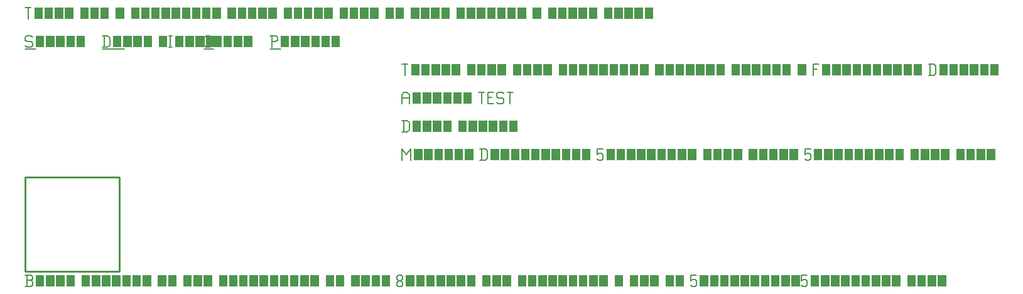
<source format=gbr>
G04 start of page 4 for group -1 layer_idx 268435461 *
G04 Title: arcs with different strange angles, <virtual group> *
G04 Creator: <version>
G04 CreationDate: <date>
G04 For: TEST *
G04 Format: Gerber/RS-274X *
G04 PCB-Dimensions: 50000 50000 *
G04 PCB-Coordinate-Origin: lower left *
%MOIN*%
%FSLAX25Y25*%
%LNLOGICAL_VIRTUAL_FAB_NONE*%
%ADD15C,0.0100*%
%ADD14C,0.0001*%
%ADD13C,0.0060*%
G54D13*X3000Y125000D02*X3750Y124250D01*
X750Y125000D02*X3000D01*
X0Y124250D02*X750Y125000D01*
X0Y124250D02*Y122750D01*
X750Y122000D01*
X3000D01*
X3750Y121250D01*
Y119750D01*
X3000Y119000D02*X3750Y119750D01*
X750Y119000D02*X3000D01*
X0Y119750D02*X750Y119000D01*
G54D14*G36*
X5550Y125000D02*X10050D01*
Y119000D01*
X5550D01*
Y125000D01*
G37*
G36*
X10950D02*X15450D01*
Y119000D01*
X10950D01*
Y125000D01*
G37*
G36*
X16350D02*X20850D01*
Y119000D01*
X16350D01*
Y125000D01*
G37*
G36*
X21750D02*X26250D01*
Y119000D01*
X21750D01*
Y125000D01*
G37*
G36*
X27150D02*X31650D01*
Y119000D01*
X27150D01*
Y125000D01*
G37*
G54D13*X0Y118000D02*X5550D01*
X41750Y125000D02*Y119000D01*
X43700Y125000D02*X44750Y123950D01*
Y120050D01*
X43700Y119000D02*X44750Y120050D01*
X41000Y119000D02*X43700D01*
X41000Y125000D02*X43700D01*
G54D14*G36*
X46550D02*X51050D01*
Y119000D01*
X46550D01*
Y125000D01*
G37*
G36*
X51950D02*X56450D01*
Y119000D01*
X51950D01*
Y125000D01*
G37*
G36*
X57350D02*X61850D01*
Y119000D01*
X57350D01*
Y125000D01*
G37*
G36*
X62750D02*X67250D01*
Y119000D01*
X62750D01*
Y125000D01*
G37*
G36*
X70850D02*X75350D01*
Y119000D01*
X70850D01*
Y125000D01*
G37*
G54D13*X76250D02*X77750D01*
X77000D02*Y119000D01*
X76250D02*X77750D01*
G54D14*G36*
X79550Y125000D02*X84050D01*
Y119000D01*
X79550D01*
Y125000D01*
G37*
G36*
X84950D02*X89450D01*
Y119000D01*
X84950D01*
Y125000D01*
G37*
G36*
X90350D02*X94850D01*
Y119000D01*
X90350D01*
Y125000D01*
G37*
G36*
X95750D02*X100250D01*
Y119000D01*
X95750D01*
Y125000D01*
G37*
G54D13*X41000Y118000D02*X52550D01*
X96050Y119000D02*X98000D01*
X95000Y120050D02*X96050Y119000D01*
X95000Y123950D02*Y120050D01*
Y123950D02*X96050Y125000D01*
X98000D01*
G54D14*G36*
X99800D02*X104300D01*
Y119000D01*
X99800D01*
Y125000D01*
G37*
G36*
X105200D02*X109700D01*
Y119000D01*
X105200D01*
Y125000D01*
G37*
G36*
X110600D02*X115100D01*
Y119000D01*
X110600D01*
Y125000D01*
G37*
G36*
X116000D02*X120500D01*
Y119000D01*
X116000D01*
Y125000D01*
G37*
G54D13*X95000Y118000D02*X99800D01*
X130750Y125000D02*Y119000D01*
X130000Y125000D02*X133000D01*
X133750Y124250D01*
Y122750D01*
X133000Y122000D02*X133750Y122750D01*
X130750Y122000D02*X133000D01*
G54D14*G36*
X135550Y125000D02*X140050D01*
Y119000D01*
X135550D01*
Y125000D01*
G37*
G36*
X140950D02*X145450D01*
Y119000D01*
X140950D01*
Y125000D01*
G37*
G36*
X146350D02*X150850D01*
Y119000D01*
X146350D01*
Y125000D01*
G37*
G36*
X151750D02*X156250D01*
Y119000D01*
X151750D01*
Y125000D01*
G37*
G36*
X157150D02*X161650D01*
Y119000D01*
X157150D01*
Y125000D01*
G37*
G36*
X162550D02*X167050D01*
Y119000D01*
X162550D01*
Y125000D01*
G37*
G54D13*X130000Y118000D02*X135550D01*
X0Y140000D02*X3000D01*
X1500D02*Y134000D01*
G54D14*G36*
X4800Y140000D02*X9300D01*
Y134000D01*
X4800D01*
Y140000D01*
G37*
G36*
X10200D02*X14700D01*
Y134000D01*
X10200D01*
Y140000D01*
G37*
G36*
X15600D02*X20100D01*
Y134000D01*
X15600D01*
Y140000D01*
G37*
G36*
X21000D02*X25500D01*
Y134000D01*
X21000D01*
Y140000D01*
G37*
G36*
X29100D02*X33600D01*
Y134000D01*
X29100D01*
Y140000D01*
G37*
G36*
X34500D02*X39000D01*
Y134000D01*
X34500D01*
Y140000D01*
G37*
G36*
X39900D02*X44400D01*
Y134000D01*
X39900D01*
Y140000D01*
G37*
G36*
X48000D02*X52500D01*
Y134000D01*
X48000D01*
Y140000D01*
G37*
G36*
X56100D02*X60600D01*
Y134000D01*
X56100D01*
Y140000D01*
G37*
G36*
X61500D02*X66000D01*
Y134000D01*
X61500D01*
Y140000D01*
G37*
G36*
X66900D02*X71400D01*
Y134000D01*
X66900D01*
Y140000D01*
G37*
G36*
X72300D02*X76800D01*
Y134000D01*
X72300D01*
Y140000D01*
G37*
G36*
X77700D02*X82200D01*
Y134000D01*
X77700D01*
Y140000D01*
G37*
G36*
X83100D02*X87600D01*
Y134000D01*
X83100D01*
Y140000D01*
G37*
G36*
X88500D02*X93000D01*
Y134000D01*
X88500D01*
Y140000D01*
G37*
G36*
X93900D02*X98400D01*
Y134000D01*
X93900D01*
Y140000D01*
G37*
G36*
X99300D02*X103800D01*
Y134000D01*
X99300D01*
Y140000D01*
G37*
G36*
X107400D02*X111900D01*
Y134000D01*
X107400D01*
Y140000D01*
G37*
G36*
X112800D02*X117300D01*
Y134000D01*
X112800D01*
Y140000D01*
G37*
G36*
X118200D02*X122700D01*
Y134000D01*
X118200D01*
Y140000D01*
G37*
G36*
X123600D02*X128100D01*
Y134000D01*
X123600D01*
Y140000D01*
G37*
G36*
X129000D02*X133500D01*
Y134000D01*
X129000D01*
Y140000D01*
G37*
G36*
X137100D02*X141600D01*
Y134000D01*
X137100D01*
Y140000D01*
G37*
G36*
X142500D02*X147000D01*
Y134000D01*
X142500D01*
Y140000D01*
G37*
G36*
X147900D02*X152400D01*
Y134000D01*
X147900D01*
Y140000D01*
G37*
G36*
X153300D02*X157800D01*
Y134000D01*
X153300D01*
Y140000D01*
G37*
G36*
X158700D02*X163200D01*
Y134000D01*
X158700D01*
Y140000D01*
G37*
G36*
X166800D02*X171300D01*
Y134000D01*
X166800D01*
Y140000D01*
G37*
G36*
X172200D02*X176700D01*
Y134000D01*
X172200D01*
Y140000D01*
G37*
G36*
X177600D02*X182100D01*
Y134000D01*
X177600D01*
Y140000D01*
G37*
G36*
X183000D02*X187500D01*
Y134000D01*
X183000D01*
Y140000D01*
G37*
G36*
X191100D02*X195600D01*
Y134000D01*
X191100D01*
Y140000D01*
G37*
G36*
X196500D02*X201000D01*
Y134000D01*
X196500D01*
Y140000D01*
G37*
G36*
X204600D02*X209100D01*
Y134000D01*
X204600D01*
Y140000D01*
G37*
G36*
X210000D02*X214500D01*
Y134000D01*
X210000D01*
Y140000D01*
G37*
G36*
X215400D02*X219900D01*
Y134000D01*
X215400D01*
Y140000D01*
G37*
G36*
X220800D02*X225300D01*
Y134000D01*
X220800D01*
Y140000D01*
G37*
G36*
X228900D02*X233400D01*
Y134000D01*
X228900D01*
Y140000D01*
G37*
G36*
X234300D02*X238800D01*
Y134000D01*
X234300D01*
Y140000D01*
G37*
G36*
X239700D02*X244200D01*
Y134000D01*
X239700D01*
Y140000D01*
G37*
G36*
X245100D02*X249600D01*
Y134000D01*
X245100D01*
Y140000D01*
G37*
G36*
X250500D02*X255000D01*
Y134000D01*
X250500D01*
Y140000D01*
G37*
G36*
X255900D02*X260400D01*
Y134000D01*
X255900D01*
Y140000D01*
G37*
G36*
X261300D02*X265800D01*
Y134000D01*
X261300D01*
Y140000D01*
G37*
G36*
X269400D02*X273900D01*
Y134000D01*
X269400D01*
Y140000D01*
G37*
G36*
X277500D02*X282000D01*
Y134000D01*
X277500D01*
Y140000D01*
G37*
G36*
X282900D02*X287400D01*
Y134000D01*
X282900D01*
Y140000D01*
G37*
G36*
X288300D02*X292800D01*
Y134000D01*
X288300D01*
Y140000D01*
G37*
G36*
X293700D02*X298200D01*
Y134000D01*
X293700D01*
Y140000D01*
G37*
G36*
X299100D02*X303600D01*
Y134000D01*
X299100D01*
Y140000D01*
G37*
G36*
X307200D02*X311700D01*
Y134000D01*
X307200D01*
Y140000D01*
G37*
G36*
X312600D02*X317100D01*
Y134000D01*
X312600D01*
Y140000D01*
G37*
G36*
X318000D02*X322500D01*
Y134000D01*
X318000D01*
Y140000D01*
G37*
G36*
X323400D02*X327900D01*
Y134000D01*
X323400D01*
Y140000D01*
G37*
G36*
X328800D02*X333300D01*
Y134000D01*
X328800D01*
Y140000D01*
G37*
G54D15*X0Y50000D02*X50000D01*
X0D02*Y0D01*
X50000Y50000D02*Y0D01*
X0D02*X50000D01*
G54D13*X200000Y65000D02*Y59000D01*
Y65000D02*X202250Y62000D01*
X204500Y65000D01*
Y59000D01*
G54D14*G36*
X206300Y65000D02*X210800D01*
Y59000D01*
X206300D01*
Y65000D01*
G37*
G36*
X211700D02*X216200D01*
Y59000D01*
X211700D01*
Y65000D01*
G37*
G36*
X217100D02*X221600D01*
Y59000D01*
X217100D01*
Y65000D01*
G37*
G36*
X222500D02*X227000D01*
Y59000D01*
X222500D01*
Y65000D01*
G37*
G36*
X227900D02*X232400D01*
Y59000D01*
X227900D01*
Y65000D01*
G37*
G36*
X233300D02*X237800D01*
Y59000D01*
X233300D01*
Y65000D01*
G37*
G54D13*X242150D02*Y59000D01*
X244100Y65000D02*X245150Y63950D01*
Y60050D01*
X244100Y59000D02*X245150Y60050D01*
X241400Y59000D02*X244100D01*
X241400Y65000D02*X244100D01*
G54D14*G36*
X246950D02*X251450D01*
Y59000D01*
X246950D01*
Y65000D01*
G37*
G36*
X252350D02*X256850D01*
Y59000D01*
X252350D01*
Y65000D01*
G37*
G36*
X257750D02*X262250D01*
Y59000D01*
X257750D01*
Y65000D01*
G37*
G36*
X263150D02*X267650D01*
Y59000D01*
X263150D01*
Y65000D01*
G37*
G36*
X268550D02*X273050D01*
Y59000D01*
X268550D01*
Y65000D01*
G37*
G36*
X273950D02*X278450D01*
Y59000D01*
X273950D01*
Y65000D01*
G37*
G36*
X279350D02*X283850D01*
Y59000D01*
X279350D01*
Y65000D01*
G37*
G36*
X284750D02*X289250D01*
Y59000D01*
X284750D01*
Y65000D01*
G37*
G36*
X290150D02*X294650D01*
Y59000D01*
X290150D01*
Y65000D01*
G37*
G36*
X295550D02*X300050D01*
Y59000D01*
X295550D01*
Y65000D01*
G37*
G54D13*X303650D02*X306650D01*
X303650D02*Y62000D01*
X304400Y62750D01*
X305900D01*
X306650Y62000D01*
Y59750D01*
X305900Y59000D02*X306650Y59750D01*
X304400Y59000D02*X305900D01*
X303650Y59750D02*X304400Y59000D01*
G54D14*G36*
X308450Y65000D02*X312950D01*
Y59000D01*
X308450D01*
Y65000D01*
G37*
G36*
X313850D02*X318350D01*
Y59000D01*
X313850D01*
Y65000D01*
G37*
G36*
X319250D02*X323750D01*
Y59000D01*
X319250D01*
Y65000D01*
G37*
G36*
X324650D02*X329150D01*
Y59000D01*
X324650D01*
Y65000D01*
G37*
G36*
X330050D02*X334550D01*
Y59000D01*
X330050D01*
Y65000D01*
G37*
G36*
X335450D02*X339950D01*
Y59000D01*
X335450D01*
Y65000D01*
G37*
G36*
X340850D02*X345350D01*
Y59000D01*
X340850D01*
Y65000D01*
G37*
G36*
X346250D02*X350750D01*
Y59000D01*
X346250D01*
Y65000D01*
G37*
G36*
X351650D02*X356150D01*
Y59000D01*
X351650D01*
Y65000D01*
G37*
G36*
X359750D02*X364250D01*
Y59000D01*
X359750D01*
Y65000D01*
G37*
G36*
X365150D02*X369650D01*
Y59000D01*
X365150D01*
Y65000D01*
G37*
G36*
X370550D02*X375050D01*
Y59000D01*
X370550D01*
Y65000D01*
G37*
G36*
X375950D02*X380450D01*
Y59000D01*
X375950D01*
Y65000D01*
G37*
G36*
X384050D02*X388550D01*
Y59000D01*
X384050D01*
Y65000D01*
G37*
G36*
X389450D02*X393950D01*
Y59000D01*
X389450D01*
Y65000D01*
G37*
G36*
X394850D02*X399350D01*
Y59000D01*
X394850D01*
Y65000D01*
G37*
G36*
X400250D02*X404750D01*
Y59000D01*
X400250D01*
Y65000D01*
G37*
G36*
X405650D02*X410150D01*
Y59000D01*
X405650D01*
Y65000D01*
G37*
G54D13*X413750D02*X416750D01*
X413750D02*Y62000D01*
X414500Y62750D01*
X416000D01*
X416750Y62000D01*
Y59750D01*
X416000Y59000D02*X416750Y59750D01*
X414500Y59000D02*X416000D01*
X413750Y59750D02*X414500Y59000D01*
G54D14*G36*
X418550Y65000D02*X423050D01*
Y59000D01*
X418550D01*
Y65000D01*
G37*
G36*
X423950D02*X428450D01*
Y59000D01*
X423950D01*
Y65000D01*
G37*
G36*
X429350D02*X433850D01*
Y59000D01*
X429350D01*
Y65000D01*
G37*
G36*
X434750D02*X439250D01*
Y59000D01*
X434750D01*
Y65000D01*
G37*
G36*
X440150D02*X444650D01*
Y59000D01*
X440150D01*
Y65000D01*
G37*
G36*
X445550D02*X450050D01*
Y59000D01*
X445550D01*
Y65000D01*
G37*
G36*
X450950D02*X455450D01*
Y59000D01*
X450950D01*
Y65000D01*
G37*
G36*
X456350D02*X460850D01*
Y59000D01*
X456350D01*
Y65000D01*
G37*
G36*
X461750D02*X466250D01*
Y59000D01*
X461750D01*
Y65000D01*
G37*
G36*
X469850D02*X474350D01*
Y59000D01*
X469850D01*
Y65000D01*
G37*
G36*
X475250D02*X479750D01*
Y59000D01*
X475250D01*
Y65000D01*
G37*
G36*
X480650D02*X485150D01*
Y59000D01*
X480650D01*
Y65000D01*
G37*
G36*
X486050D02*X490550D01*
Y59000D01*
X486050D01*
Y65000D01*
G37*
G36*
X494150D02*X498650D01*
Y59000D01*
X494150D01*
Y65000D01*
G37*
G36*
X499550D02*X504050D01*
Y59000D01*
X499550D01*
Y65000D01*
G37*
G36*
X504950D02*X509450D01*
Y59000D01*
X504950D01*
Y65000D01*
G37*
G36*
X510350D02*X514850D01*
Y59000D01*
X510350D01*
Y65000D01*
G37*
G54D13*X0Y-8000D02*X3000D01*
X3750Y-7250D01*
Y-5450D02*Y-7250D01*
X3000Y-4700D02*X3750Y-5450D01*
X750Y-4700D02*X3000D01*
X750Y-2000D02*Y-8000D01*
X0Y-2000D02*X3000D01*
X3750Y-2750D01*
Y-3950D01*
X3000Y-4700D02*X3750Y-3950D01*
G54D14*G36*
X5550Y-2000D02*X10050D01*
Y-8000D01*
X5550D01*
Y-2000D01*
G37*
G36*
X10950D02*X15450D01*
Y-8000D01*
X10950D01*
Y-2000D01*
G37*
G36*
X16350D02*X20850D01*
Y-8000D01*
X16350D01*
Y-2000D01*
G37*
G36*
X21750D02*X26250D01*
Y-8000D01*
X21750D01*
Y-2000D01*
G37*
G36*
X29850D02*X34350D01*
Y-8000D01*
X29850D01*
Y-2000D01*
G37*
G36*
X35250D02*X39750D01*
Y-8000D01*
X35250D01*
Y-2000D01*
G37*
G36*
X40650D02*X45150D01*
Y-8000D01*
X40650D01*
Y-2000D01*
G37*
G36*
X46050D02*X50550D01*
Y-8000D01*
X46050D01*
Y-2000D01*
G37*
G36*
X51450D02*X55950D01*
Y-8000D01*
X51450D01*
Y-2000D01*
G37*
G36*
X56850D02*X61350D01*
Y-8000D01*
X56850D01*
Y-2000D01*
G37*
G36*
X62250D02*X66750D01*
Y-8000D01*
X62250D01*
Y-2000D01*
G37*
G36*
X70350D02*X74850D01*
Y-8000D01*
X70350D01*
Y-2000D01*
G37*
G36*
X75750D02*X80250D01*
Y-8000D01*
X75750D01*
Y-2000D01*
G37*
G36*
X83850D02*X88350D01*
Y-8000D01*
X83850D01*
Y-2000D01*
G37*
G36*
X89250D02*X93750D01*
Y-8000D01*
X89250D01*
Y-2000D01*
G37*
G36*
X94650D02*X99150D01*
Y-8000D01*
X94650D01*
Y-2000D01*
G37*
G36*
X102750D02*X107250D01*
Y-8000D01*
X102750D01*
Y-2000D01*
G37*
G36*
X108150D02*X112650D01*
Y-8000D01*
X108150D01*
Y-2000D01*
G37*
G36*
X113550D02*X118050D01*
Y-8000D01*
X113550D01*
Y-2000D01*
G37*
G36*
X118950D02*X123450D01*
Y-8000D01*
X118950D01*
Y-2000D01*
G37*
G36*
X124350D02*X128850D01*
Y-8000D01*
X124350D01*
Y-2000D01*
G37*
G36*
X129750D02*X134250D01*
Y-8000D01*
X129750D01*
Y-2000D01*
G37*
G36*
X135150D02*X139650D01*
Y-8000D01*
X135150D01*
Y-2000D01*
G37*
G36*
X140550D02*X145050D01*
Y-8000D01*
X140550D01*
Y-2000D01*
G37*
G36*
X145950D02*X150450D01*
Y-8000D01*
X145950D01*
Y-2000D01*
G37*
G36*
X151350D02*X155850D01*
Y-8000D01*
X151350D01*
Y-2000D01*
G37*
G36*
X159450D02*X163950D01*
Y-8000D01*
X159450D01*
Y-2000D01*
G37*
G36*
X164850D02*X169350D01*
Y-8000D01*
X164850D01*
Y-2000D01*
G37*
G36*
X172950D02*X177450D01*
Y-8000D01*
X172950D01*
Y-2000D01*
G37*
G36*
X178350D02*X182850D01*
Y-8000D01*
X178350D01*
Y-2000D01*
G37*
G36*
X183750D02*X188250D01*
Y-8000D01*
X183750D01*
Y-2000D01*
G37*
G36*
X189150D02*X193650D01*
Y-8000D01*
X189150D01*
Y-2000D01*
G37*
G54D13*X197250Y-7250D02*X198000Y-8000D01*
X197250Y-6050D02*Y-7250D01*
Y-6050D02*X198300Y-5000D01*
X199200D01*
X200250Y-6050D01*
Y-7250D01*
X199500Y-8000D02*X200250Y-7250D01*
X198000Y-8000D02*X199500D01*
X197250Y-3950D02*X198300Y-5000D01*
X197250Y-2750D02*Y-3950D01*
Y-2750D02*X198000Y-2000D01*
X199500D01*
X200250Y-2750D01*
Y-3950D01*
X199200Y-5000D02*X200250Y-3950D01*
G54D14*G36*
X202050Y-2000D02*X206550D01*
Y-8000D01*
X202050D01*
Y-2000D01*
G37*
G36*
X207450D02*X211950D01*
Y-8000D01*
X207450D01*
Y-2000D01*
G37*
G36*
X212850D02*X217350D01*
Y-8000D01*
X212850D01*
Y-2000D01*
G37*
G36*
X218250D02*X222750D01*
Y-8000D01*
X218250D01*
Y-2000D01*
G37*
G36*
X223650D02*X228150D01*
Y-8000D01*
X223650D01*
Y-2000D01*
G37*
G36*
X229050D02*X233550D01*
Y-8000D01*
X229050D01*
Y-2000D01*
G37*
G36*
X234450D02*X238950D01*
Y-8000D01*
X234450D01*
Y-2000D01*
G37*
G36*
X242550D02*X247050D01*
Y-8000D01*
X242550D01*
Y-2000D01*
G37*
G36*
X247950D02*X252450D01*
Y-8000D01*
X247950D01*
Y-2000D01*
G37*
G36*
X253350D02*X257850D01*
Y-8000D01*
X253350D01*
Y-2000D01*
G37*
G36*
X261450D02*X265950D01*
Y-8000D01*
X261450D01*
Y-2000D01*
G37*
G36*
X266850D02*X271350D01*
Y-8000D01*
X266850D01*
Y-2000D01*
G37*
G36*
X272250D02*X276750D01*
Y-8000D01*
X272250D01*
Y-2000D01*
G37*
G36*
X277650D02*X282150D01*
Y-8000D01*
X277650D01*
Y-2000D01*
G37*
G36*
X283050D02*X287550D01*
Y-8000D01*
X283050D01*
Y-2000D01*
G37*
G36*
X288450D02*X292950D01*
Y-8000D01*
X288450D01*
Y-2000D01*
G37*
G36*
X293850D02*X298350D01*
Y-8000D01*
X293850D01*
Y-2000D01*
G37*
G36*
X299250D02*X303750D01*
Y-8000D01*
X299250D01*
Y-2000D01*
G37*
G36*
X304650D02*X309150D01*
Y-8000D01*
X304650D01*
Y-2000D01*
G37*
G36*
X312750D02*X317250D01*
Y-8000D01*
X312750D01*
Y-2000D01*
G37*
G36*
X320850D02*X325350D01*
Y-8000D01*
X320850D01*
Y-2000D01*
G37*
G36*
X326250D02*X330750D01*
Y-8000D01*
X326250D01*
Y-2000D01*
G37*
G36*
X331650D02*X336150D01*
Y-8000D01*
X331650D01*
Y-2000D01*
G37*
G36*
X339750D02*X344250D01*
Y-8000D01*
X339750D01*
Y-2000D01*
G37*
G36*
X345150D02*X349650D01*
Y-8000D01*
X345150D01*
Y-2000D01*
G37*
G54D13*X353250D02*X356250D01*
X353250D02*Y-5000D01*
X354000Y-4250D01*
X355500D01*
X356250Y-5000D01*
Y-7250D01*
X355500Y-8000D02*X356250Y-7250D01*
X354000Y-8000D02*X355500D01*
X353250Y-7250D02*X354000Y-8000D01*
G54D14*G36*
X358050Y-2000D02*X362550D01*
Y-8000D01*
X358050D01*
Y-2000D01*
G37*
G36*
X363450D02*X367950D01*
Y-8000D01*
X363450D01*
Y-2000D01*
G37*
G36*
X368850D02*X373350D01*
Y-8000D01*
X368850D01*
Y-2000D01*
G37*
G36*
X374250D02*X378750D01*
Y-8000D01*
X374250D01*
Y-2000D01*
G37*
G36*
X379650D02*X384150D01*
Y-8000D01*
X379650D01*
Y-2000D01*
G37*
G36*
X385050D02*X389550D01*
Y-8000D01*
X385050D01*
Y-2000D01*
G37*
G36*
X390450D02*X394950D01*
Y-8000D01*
X390450D01*
Y-2000D01*
G37*
G36*
X395850D02*X400350D01*
Y-8000D01*
X395850D01*
Y-2000D01*
G37*
G36*
X401250D02*X405750D01*
Y-8000D01*
X401250D01*
Y-2000D01*
G37*
G36*
X406650D02*X411150D01*
Y-8000D01*
X406650D01*
Y-2000D01*
G37*
G54D13*X412050D02*X415050D01*
X412050D02*Y-5000D01*
X412800Y-4250D01*
X414300D01*
X415050Y-5000D01*
Y-7250D01*
X414300Y-8000D02*X415050Y-7250D01*
X412800Y-8000D02*X414300D01*
X412050Y-7250D02*X412800Y-8000D01*
G54D14*G36*
X416850Y-2000D02*X421350D01*
Y-8000D01*
X416850D01*
Y-2000D01*
G37*
G36*
X422250D02*X426750D01*
Y-8000D01*
X422250D01*
Y-2000D01*
G37*
G36*
X427650D02*X432150D01*
Y-8000D01*
X427650D01*
Y-2000D01*
G37*
G36*
X433050D02*X437550D01*
Y-8000D01*
X433050D01*
Y-2000D01*
G37*
G36*
X438450D02*X442950D01*
Y-8000D01*
X438450D01*
Y-2000D01*
G37*
G36*
X443850D02*X448350D01*
Y-8000D01*
X443850D01*
Y-2000D01*
G37*
G36*
X449250D02*X453750D01*
Y-8000D01*
X449250D01*
Y-2000D01*
G37*
G36*
X454650D02*X459150D01*
Y-8000D01*
X454650D01*
Y-2000D01*
G37*
G36*
X460050D02*X464550D01*
Y-8000D01*
X460050D01*
Y-2000D01*
G37*
G36*
X468150D02*X472650D01*
Y-8000D01*
X468150D01*
Y-2000D01*
G37*
G36*
X473550D02*X478050D01*
Y-8000D01*
X473550D01*
Y-2000D01*
G37*
G36*
X478950D02*X483450D01*
Y-8000D01*
X478950D01*
Y-2000D01*
G37*
G36*
X484350D02*X488850D01*
Y-8000D01*
X484350D01*
Y-2000D01*
G37*
G54D13*X200750Y80000D02*Y74000D01*
X202700Y80000D02*X203750Y78950D01*
Y75050D01*
X202700Y74000D02*X203750Y75050D01*
X200000Y74000D02*X202700D01*
X200000Y80000D02*X202700D01*
G54D14*G36*
X205550D02*X210050D01*
Y74000D01*
X205550D01*
Y80000D01*
G37*
G36*
X210950D02*X215450D01*
Y74000D01*
X210950D01*
Y80000D01*
G37*
G36*
X216350D02*X220850D01*
Y74000D01*
X216350D01*
Y80000D01*
G37*
G36*
X221750D02*X226250D01*
Y74000D01*
X221750D01*
Y80000D01*
G37*
G36*
X229850D02*X234350D01*
Y74000D01*
X229850D01*
Y80000D01*
G37*
G36*
X235250D02*X239750D01*
Y74000D01*
X235250D01*
Y80000D01*
G37*
G36*
X240650D02*X245150D01*
Y74000D01*
X240650D01*
Y80000D01*
G37*
G36*
X246050D02*X250550D01*
Y74000D01*
X246050D01*
Y80000D01*
G37*
G36*
X251450D02*X255950D01*
Y74000D01*
X251450D01*
Y80000D01*
G37*
G36*
X256850D02*X261350D01*
Y74000D01*
X256850D01*
Y80000D01*
G37*
G54D13*X200000Y93500D02*Y89000D01*
Y93500D02*X201050Y95000D01*
X202700D01*
X203750Y93500D01*
Y89000D01*
X200000Y92000D02*X203750D01*
G54D14*G36*
X205550Y95000D02*X210050D01*
Y89000D01*
X205550D01*
Y95000D01*
G37*
G36*
X210950D02*X215450D01*
Y89000D01*
X210950D01*
Y95000D01*
G37*
G36*
X216350D02*X220850D01*
Y89000D01*
X216350D01*
Y95000D01*
G37*
G36*
X221750D02*X226250D01*
Y89000D01*
X221750D01*
Y95000D01*
G37*
G36*
X227150D02*X231650D01*
Y89000D01*
X227150D01*
Y95000D01*
G37*
G36*
X232550D02*X237050D01*
Y89000D01*
X232550D01*
Y95000D01*
G37*
G54D13*X240650D02*X243650D01*
X242150D02*Y89000D01*
X245450Y92300D02*X247700D01*
X245450Y89000D02*X248450D01*
X245450Y95000D02*Y89000D01*
Y95000D02*X248450D01*
X253250D02*X254000Y94250D01*
X251000Y95000D02*X253250D01*
X250250Y94250D02*X251000Y95000D01*
X250250Y94250D02*Y92750D01*
X251000Y92000D01*
X253250D01*
X254000Y91250D01*
Y89750D01*
X253250Y89000D02*X254000Y89750D01*
X251000Y89000D02*X253250D01*
X250250Y89750D02*X251000Y89000D01*
X255800Y95000D02*X258800D01*
X257300D02*Y89000D01*
X200000Y110000D02*X203000D01*
X201500D02*Y104000D01*
G54D14*G36*
X204800Y110000D02*X209300D01*
Y104000D01*
X204800D01*
Y110000D01*
G37*
G36*
X210200D02*X214700D01*
Y104000D01*
X210200D01*
Y110000D01*
G37*
G36*
X215600D02*X220100D01*
Y104000D01*
X215600D01*
Y110000D01*
G37*
G36*
X221000D02*X225500D01*
Y104000D01*
X221000D01*
Y110000D01*
G37*
G36*
X226400D02*X230900D01*
Y104000D01*
X226400D01*
Y110000D01*
G37*
G36*
X234500D02*X239000D01*
Y104000D01*
X234500D01*
Y110000D01*
G37*
G36*
X239900D02*X244400D01*
Y104000D01*
X239900D01*
Y110000D01*
G37*
G36*
X245300D02*X249800D01*
Y104000D01*
X245300D01*
Y110000D01*
G37*
G36*
X250700D02*X255200D01*
Y104000D01*
X250700D01*
Y110000D01*
G37*
G36*
X258800D02*X263300D01*
Y104000D01*
X258800D01*
Y110000D01*
G37*
G36*
X264200D02*X268700D01*
Y104000D01*
X264200D01*
Y110000D01*
G37*
G36*
X269600D02*X274100D01*
Y104000D01*
X269600D01*
Y110000D01*
G37*
G36*
X275000D02*X279500D01*
Y104000D01*
X275000D01*
Y110000D01*
G37*
G36*
X283100D02*X287600D01*
Y104000D01*
X283100D01*
Y110000D01*
G37*
G36*
X288500D02*X293000D01*
Y104000D01*
X288500D01*
Y110000D01*
G37*
G36*
X293900D02*X298400D01*
Y104000D01*
X293900D01*
Y110000D01*
G37*
G36*
X299300D02*X303800D01*
Y104000D01*
X299300D01*
Y110000D01*
G37*
G36*
X304700D02*X309200D01*
Y104000D01*
X304700D01*
Y110000D01*
G37*
G36*
X310100D02*X314600D01*
Y104000D01*
X310100D01*
Y110000D01*
G37*
G36*
X315500D02*X320000D01*
Y104000D01*
X315500D01*
Y110000D01*
G37*
G36*
X320900D02*X325400D01*
Y104000D01*
X320900D01*
Y110000D01*
G37*
G36*
X326300D02*X330800D01*
Y104000D01*
X326300D01*
Y110000D01*
G37*
G36*
X334400D02*X338900D01*
Y104000D01*
X334400D01*
Y110000D01*
G37*
G36*
X339800D02*X344300D01*
Y104000D01*
X339800D01*
Y110000D01*
G37*
G36*
X345200D02*X349700D01*
Y104000D01*
X345200D01*
Y110000D01*
G37*
G36*
X350600D02*X355100D01*
Y104000D01*
X350600D01*
Y110000D01*
G37*
G36*
X356000D02*X360500D01*
Y104000D01*
X356000D01*
Y110000D01*
G37*
G36*
X361400D02*X365900D01*
Y104000D01*
X361400D01*
Y110000D01*
G37*
G36*
X366800D02*X371300D01*
Y104000D01*
X366800D01*
Y110000D01*
G37*
G36*
X374900D02*X379400D01*
Y104000D01*
X374900D01*
Y110000D01*
G37*
G36*
X380300D02*X384800D01*
Y104000D01*
X380300D01*
Y110000D01*
G37*
G36*
X385700D02*X390200D01*
Y104000D01*
X385700D01*
Y110000D01*
G37*
G36*
X391100D02*X395600D01*
Y104000D01*
X391100D01*
Y110000D01*
G37*
G36*
X396500D02*X401000D01*
Y104000D01*
X396500D01*
Y110000D01*
G37*
G36*
X401900D02*X406400D01*
Y104000D01*
X401900D01*
Y110000D01*
G37*
G36*
X410000D02*X414500D01*
Y104000D01*
X410000D01*
Y110000D01*
G37*
G54D13*X418100D02*Y104000D01*
Y110000D02*X421100D01*
X418100Y107300D02*X420350D01*
G54D14*G36*
X422900Y110000D02*X427400D01*
Y104000D01*
X422900D01*
Y110000D01*
G37*
G36*
X428300D02*X432800D01*
Y104000D01*
X428300D01*
Y110000D01*
G37*
G36*
X433700D02*X438200D01*
Y104000D01*
X433700D01*
Y110000D01*
G37*
G36*
X439100D02*X443600D01*
Y104000D01*
X439100D01*
Y110000D01*
G37*
G36*
X444500D02*X449000D01*
Y104000D01*
X444500D01*
Y110000D01*
G37*
G36*
X449900D02*X454400D01*
Y104000D01*
X449900D01*
Y110000D01*
G37*
G36*
X455300D02*X459800D01*
Y104000D01*
X455300D01*
Y110000D01*
G37*
G36*
X460700D02*X465200D01*
Y104000D01*
X460700D01*
Y110000D01*
G37*
G36*
X466100D02*X470600D01*
Y104000D01*
X466100D01*
Y110000D01*
G37*
G36*
X471500D02*X476000D01*
Y104000D01*
X471500D01*
Y110000D01*
G37*
G54D13*X480350D02*Y104000D01*
X482300Y110000D02*X483350Y108950D01*
Y105050D01*
X482300Y104000D02*X483350Y105050D01*
X479600Y104000D02*X482300D01*
X479600Y110000D02*X482300D01*
G54D14*G36*
X485150D02*X489650D01*
Y104000D01*
X485150D01*
Y110000D01*
G37*
G36*
X490550D02*X495050D01*
Y104000D01*
X490550D01*
Y110000D01*
G37*
G36*
X495950D02*X500450D01*
Y104000D01*
X495950D01*
Y110000D01*
G37*
G36*
X501350D02*X505850D01*
Y104000D01*
X501350D01*
Y110000D01*
G37*
G36*
X506750D02*X511250D01*
Y104000D01*
X506750D01*
Y110000D01*
G37*
G36*
X512150D02*X516650D01*
Y104000D01*
X512150D01*
Y110000D01*
G37*
M02*

</source>
